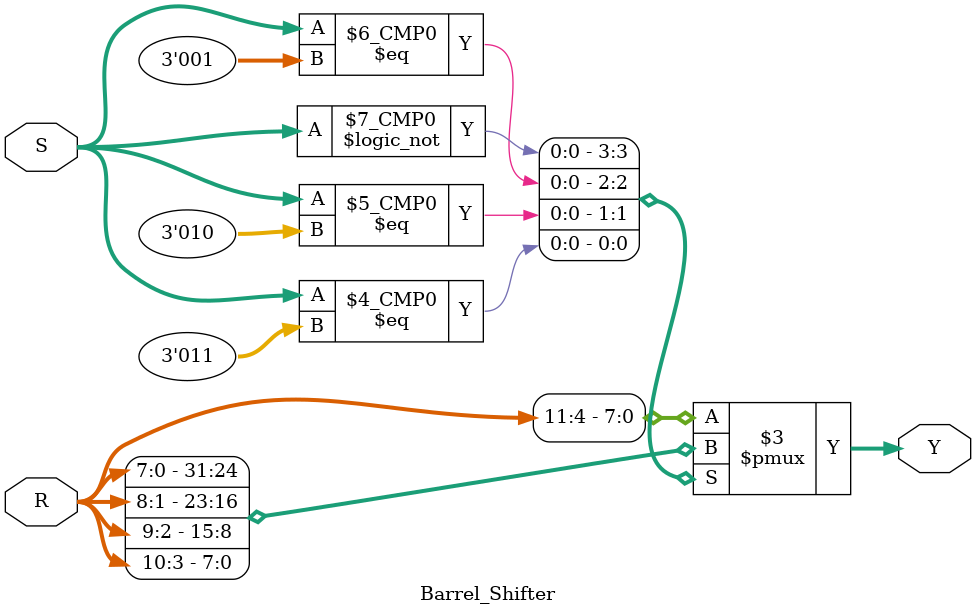
<source format=v>
module Barrel_Shifter (R,S,Y);	 
	input[11:0]		R;	//	Entrada
	input[2:0]		S;	//	Selector
	output[7:0]	Y;	//	Salida
	reg[7:0]		Y;	//	Salida
	
	always @ (R,S)
	begin
		case (S)
			3'h0	: Y = R[ 7:0]; 
			3'h1	: Y = R[ 8:1];
			3'h2	: Y = R[ 9:2];
			3'h3	: Y = R[10:3];
			default : Y = R[11:4];
		endcase
	end
	
endmodule

</source>
